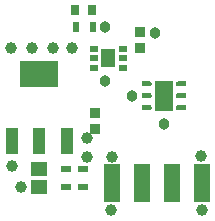
<source format=gts>
G04*
G04 #@! TF.GenerationSoftware,Altium Limited,Altium Designer,20.2.3 (150)*
G04*
G04 Layer_Color=8388736*
%FSLAX25Y25*%
%MOIN*%
G70*
G04*
G04 #@! TF.SameCoordinates,E3536D8E-EA57-4637-94A7-A09A4E1BA4FE*
G04*
G04*
G04 #@! TF.FilePolarity,Negative*
G04*
G01*
G75*
%ADD16C,0.01595*%
%ADD27R,0.06299X0.09843*%
%ADD28R,0.02565X0.01975*%
%ADD29R,0.04534X0.06306*%
%ADD30R,0.05400X0.12920*%
%ADD31R,0.03747X0.03353*%
%ADD32R,0.02762X0.03550*%
%ADD33R,0.02172X0.03747*%
%ADD34R,0.05715X0.04534*%
%ADD35R,0.03943X0.08668*%
%ADD36R,0.12998X0.08668*%
%ADD37R,0.03747X0.02172*%
%ADD38C,0.03800*%
%ADD39C,0.03900*%
G36*
X273581Y421814D02*
X273830Y421565D01*
X273965Y421239D01*
Y421063D01*
Y420887D01*
X273830Y420561D01*
X273581Y420312D01*
X273255Y420177D01*
X273079D01*
Y420177D01*
X270618D01*
Y421949D01*
X273255D01*
X273581Y421814D01*
D02*
G37*
G36*
Y425751D02*
X273830Y425502D01*
X273965Y425176D01*
Y425000D01*
Y424824D01*
X273830Y424498D01*
X273581Y424249D01*
X273255Y424114D01*
X270618D01*
Y425886D01*
X273255D01*
X273581Y425751D01*
D02*
G37*
G36*
Y429688D02*
X273830Y429439D01*
X273965Y429113D01*
Y428937D01*
Y428761D01*
X273830Y428435D01*
X273581Y428186D01*
X273255Y428051D01*
X270618D01*
Y429823D01*
X273079Y429823D01*
X273255D01*
X273581Y429688D01*
D02*
G37*
G36*
X285382Y420177D02*
X282921Y420177D01*
X282745D01*
X282419Y420312D01*
X282170Y420561D01*
X282035Y420887D01*
Y421063D01*
Y421239D01*
X282170Y421565D01*
X282419Y421814D01*
X282745Y421949D01*
X285382D01*
Y420177D01*
D02*
G37*
G36*
Y424114D02*
X282745D01*
X282419Y424249D01*
X282170Y424498D01*
X282035Y424824D01*
Y425000D01*
Y425176D01*
X282170Y425502D01*
X282419Y425751D01*
X282745Y425886D01*
X285382D01*
Y424114D01*
D02*
G37*
G36*
X282921Y429823D02*
X285382D01*
Y428051D01*
X282745D01*
X282419Y428186D01*
X282170Y428435D01*
X282035Y428761D01*
Y428937D01*
Y429113D01*
X282170Y429439D01*
X282419Y429688D01*
X282745Y429823D01*
X282921D01*
Y429823D01*
D02*
G37*
D16*
X272202Y421063D02*
D03*
Y425000D02*
D03*
X272291Y428937D02*
D03*
X283798D02*
D03*
X284496Y425000D02*
D03*
X283709Y421063D02*
D03*
D27*
X278000Y425000D02*
D03*
D28*
X264323Y434350D02*
D03*
X254677Y437500D02*
D03*
Y434350D02*
D03*
X264323Y440650D02*
D03*
X254677D02*
D03*
X264323Y437500D02*
D03*
D29*
X259500D02*
D03*
D30*
X290600Y395869D02*
D03*
X260600D02*
D03*
X280600D02*
D03*
X270600D02*
D03*
D31*
X270000Y446059D02*
D03*
Y440941D02*
D03*
X255000Y413941D02*
D03*
Y419059D02*
D03*
D32*
X248291Y453500D02*
D03*
X254000D02*
D03*
D33*
X248547Y448000D02*
D03*
X254453D02*
D03*
D34*
X236500Y400453D02*
D03*
Y394547D02*
D03*
D35*
Y409780D02*
D03*
X227445D02*
D03*
X245555D02*
D03*
D36*
X236500Y432220D02*
D03*
D37*
X251000Y394547D02*
D03*
Y400453D02*
D03*
X245500Y400406D02*
D03*
Y394500D02*
D03*
D38*
X258500Y430000D02*
D03*
X278000Y415500D02*
D03*
X267500Y425000D02*
D03*
X275000Y446000D02*
D03*
X258500Y448000D02*
D03*
D39*
X230500Y394500D02*
D03*
X260600Y404400D02*
D03*
X290600Y386900D02*
D03*
X260500Y387000D02*
D03*
X290500Y404800D02*
D03*
X247500Y441000D02*
D03*
X252500Y411000D02*
D03*
Y404500D02*
D03*
X227500Y401500D02*
D03*
X234000Y441000D02*
D03*
X227000D02*
D03*
X241000D02*
D03*
M02*

</source>
